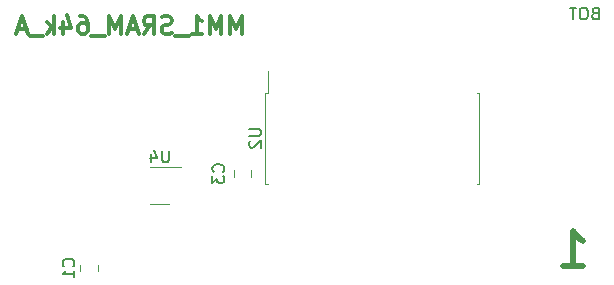
<source format=gbr>
G04 #@! TF.GenerationSoftware,KiCad,Pcbnew,(5.1.8)-1*
G04 #@! TF.CreationDate,2020-11-23T14:08:16+01:00*
G04 #@! TF.ProjectId,MM1_SRAM_64k_A,4d4d315f-5352-4414-9d5f-36346b5f412e,R1*
G04 #@! TF.SameCoordinates,PX6b49d20PY52f83c0*
G04 #@! TF.FileFunction,Legend,Bot*
G04 #@! TF.FilePolarity,Positive*
%FSLAX46Y46*%
G04 Gerber Fmt 4.6, Leading zero omitted, Abs format (unit mm)*
G04 Created by KiCad (PCBNEW (5.1.8)-1) date 2020-11-23 14:08:16*
%MOMM*%
%LPD*%
G01*
G04 APERTURE LIST*
%ADD10C,0.150000*%
%ADD11C,0.300000*%
%ADD12C,0.500000*%
%ADD13C,0.120000*%
G04 APERTURE END LIST*
D10*
X50333333Y-1428571D02*
X50190476Y-1476190D01*
X50142857Y-1523809D01*
X50095238Y-1619047D01*
X50095238Y-1761904D01*
X50142857Y-1857142D01*
X50190476Y-1904761D01*
X50285714Y-1952380D01*
X50666666Y-1952380D01*
X50666666Y-952380D01*
X50333333Y-952380D01*
X50238095Y-1000000D01*
X50190476Y-1047619D01*
X50142857Y-1142857D01*
X50142857Y-1238095D01*
X50190476Y-1333333D01*
X50238095Y-1380952D01*
X50333333Y-1428571D01*
X50666666Y-1428571D01*
X49476190Y-952380D02*
X49285714Y-952380D01*
X49190476Y-1000000D01*
X49095238Y-1095238D01*
X49047619Y-1285714D01*
X49047619Y-1619047D01*
X49095238Y-1809523D01*
X49190476Y-1904761D01*
X49285714Y-1952380D01*
X49476190Y-1952380D01*
X49571428Y-1904761D01*
X49666666Y-1809523D01*
X49714285Y-1619047D01*
X49714285Y-1285714D01*
X49666666Y-1095238D01*
X49571428Y-1000000D01*
X49476190Y-952380D01*
X48761904Y-952380D02*
X48190476Y-952380D01*
X48476190Y-1952380D02*
X48476190Y-952380D01*
D11*
X20428571Y-3178571D02*
X20428571Y-1678571D01*
X19928571Y-2750000D01*
X19428571Y-1678571D01*
X19428571Y-3178571D01*
X18714285Y-3178571D02*
X18714285Y-1678571D01*
X18214285Y-2750000D01*
X17714285Y-1678571D01*
X17714285Y-3178571D01*
X16214285Y-3178571D02*
X17071428Y-3178571D01*
X16642857Y-3178571D02*
X16642857Y-1678571D01*
X16785714Y-1892857D01*
X16928571Y-2035714D01*
X17071428Y-2107142D01*
X15928571Y-3321428D02*
X14785714Y-3321428D01*
X14500000Y-3107142D02*
X14285714Y-3178571D01*
X13928571Y-3178571D01*
X13785714Y-3107142D01*
X13714285Y-3035714D01*
X13642857Y-2892857D01*
X13642857Y-2750000D01*
X13714285Y-2607142D01*
X13785714Y-2535714D01*
X13928571Y-2464285D01*
X14214285Y-2392857D01*
X14357142Y-2321428D01*
X14428571Y-2250000D01*
X14500000Y-2107142D01*
X14500000Y-1964285D01*
X14428571Y-1821428D01*
X14357142Y-1750000D01*
X14214285Y-1678571D01*
X13857142Y-1678571D01*
X13642857Y-1750000D01*
X12142857Y-3178571D02*
X12642857Y-2464285D01*
X13000000Y-3178571D02*
X13000000Y-1678571D01*
X12428571Y-1678571D01*
X12285714Y-1750000D01*
X12214285Y-1821428D01*
X12142857Y-1964285D01*
X12142857Y-2178571D01*
X12214285Y-2321428D01*
X12285714Y-2392857D01*
X12428571Y-2464285D01*
X13000000Y-2464285D01*
X11571428Y-2750000D02*
X10857142Y-2750000D01*
X11714285Y-3178571D02*
X11214285Y-1678571D01*
X10714285Y-3178571D01*
X10214285Y-3178571D02*
X10214285Y-1678571D01*
X9714285Y-2750000D01*
X9214285Y-1678571D01*
X9214285Y-3178571D01*
X8857142Y-3321428D02*
X7714285Y-3321428D01*
X6714285Y-1678571D02*
X7000000Y-1678571D01*
X7142857Y-1750000D01*
X7214285Y-1821428D01*
X7357142Y-2035714D01*
X7428571Y-2321428D01*
X7428571Y-2892857D01*
X7357142Y-3035714D01*
X7285714Y-3107142D01*
X7142857Y-3178571D01*
X6857142Y-3178571D01*
X6714285Y-3107142D01*
X6642857Y-3035714D01*
X6571428Y-2892857D01*
X6571428Y-2535714D01*
X6642857Y-2392857D01*
X6714285Y-2321428D01*
X6857142Y-2250000D01*
X7142857Y-2250000D01*
X7285714Y-2321428D01*
X7357142Y-2392857D01*
X7428571Y-2535714D01*
X5285714Y-2178571D02*
X5285714Y-3178571D01*
X5642857Y-1607142D02*
X6000000Y-2678571D01*
X5071428Y-2678571D01*
X4500000Y-3178571D02*
X4500000Y-1678571D01*
X4357142Y-2607142D02*
X3928571Y-3178571D01*
X3928571Y-2178571D02*
X4500000Y-2750000D01*
X3642857Y-3321428D02*
X2500000Y-3321428D01*
X2214285Y-2750000D02*
X1500000Y-2750000D01*
X2357142Y-3178571D02*
X1857142Y-1678571D01*
X1357142Y-3178571D01*
D12*
X47642857Y-22857142D02*
X49357142Y-22857142D01*
X48500000Y-22857142D02*
X48500000Y-19857142D01*
X48785714Y-20285714D01*
X49071428Y-20571428D01*
X49357142Y-20714285D01*
D13*
X40560000Y-12000000D02*
X40560000Y-15860000D01*
X40560000Y-15860000D02*
X40315000Y-15860000D01*
X40560000Y-12000000D02*
X40560000Y-8140000D01*
X40560000Y-8140000D02*
X40315000Y-8140000D01*
X22440000Y-12000000D02*
X22440000Y-15860000D01*
X22440000Y-15860000D02*
X22685000Y-15860000D01*
X22440000Y-12000000D02*
X22440000Y-8140000D01*
X22440000Y-8140000D02*
X22685000Y-8140000D01*
X22685000Y-8140000D02*
X22685000Y-6325000D01*
X8235000Y-22738748D02*
X8235000Y-23261252D01*
X6765000Y-22738748D02*
X6765000Y-23261252D01*
X21235000Y-15261252D02*
X21235000Y-14738748D01*
X19765000Y-15261252D02*
X19765000Y-14738748D01*
X13500000Y-14440000D02*
X15300000Y-14440000D01*
X13500000Y-14440000D02*
X12700000Y-14440000D01*
X13500000Y-17560000D02*
X14300000Y-17560000D01*
X13500000Y-17560000D02*
X12700000Y-17560000D01*
D10*
X21052380Y-11238095D02*
X21861904Y-11238095D01*
X21957142Y-11285714D01*
X22004761Y-11333333D01*
X22052380Y-11428571D01*
X22052380Y-11619047D01*
X22004761Y-11714285D01*
X21957142Y-11761904D01*
X21861904Y-11809523D01*
X21052380Y-11809523D01*
X21147619Y-12238095D02*
X21100000Y-12285714D01*
X21052380Y-12380952D01*
X21052380Y-12619047D01*
X21100000Y-12714285D01*
X21147619Y-12761904D01*
X21242857Y-12809523D01*
X21338095Y-12809523D01*
X21480952Y-12761904D01*
X22052380Y-12190476D01*
X22052380Y-12809523D01*
X6177142Y-22833333D02*
X6224761Y-22785714D01*
X6272380Y-22642857D01*
X6272380Y-22547619D01*
X6224761Y-22404761D01*
X6129523Y-22309523D01*
X6034285Y-22261904D01*
X5843809Y-22214285D01*
X5700952Y-22214285D01*
X5510476Y-22261904D01*
X5415238Y-22309523D01*
X5320000Y-22404761D01*
X5272380Y-22547619D01*
X5272380Y-22642857D01*
X5320000Y-22785714D01*
X5367619Y-22833333D01*
X6272380Y-23785714D02*
X6272380Y-23214285D01*
X6272380Y-23500000D02*
X5272380Y-23500000D01*
X5415238Y-23404761D01*
X5510476Y-23309523D01*
X5558095Y-23214285D01*
X18857142Y-14833333D02*
X18904761Y-14785714D01*
X18952380Y-14642857D01*
X18952380Y-14547619D01*
X18904761Y-14404761D01*
X18809523Y-14309523D01*
X18714285Y-14261904D01*
X18523809Y-14214285D01*
X18380952Y-14214285D01*
X18190476Y-14261904D01*
X18095238Y-14309523D01*
X18000000Y-14404761D01*
X17952380Y-14547619D01*
X17952380Y-14642857D01*
X18000000Y-14785714D01*
X18047619Y-14833333D01*
X17952380Y-15166666D02*
X17952380Y-15785714D01*
X18333333Y-15452380D01*
X18333333Y-15595238D01*
X18380952Y-15690476D01*
X18428571Y-15738095D01*
X18523809Y-15785714D01*
X18761904Y-15785714D01*
X18857142Y-15738095D01*
X18904761Y-15690476D01*
X18952380Y-15595238D01*
X18952380Y-15309523D01*
X18904761Y-15214285D01*
X18857142Y-15166666D01*
X14261904Y-13052380D02*
X14261904Y-13861904D01*
X14214285Y-13957142D01*
X14166666Y-14004761D01*
X14071428Y-14052380D01*
X13880952Y-14052380D01*
X13785714Y-14004761D01*
X13738095Y-13957142D01*
X13690476Y-13861904D01*
X13690476Y-13052380D01*
X12785714Y-13385714D02*
X12785714Y-14052380D01*
X13023809Y-13004761D02*
X13261904Y-13719047D01*
X12642857Y-13719047D01*
M02*

</source>
